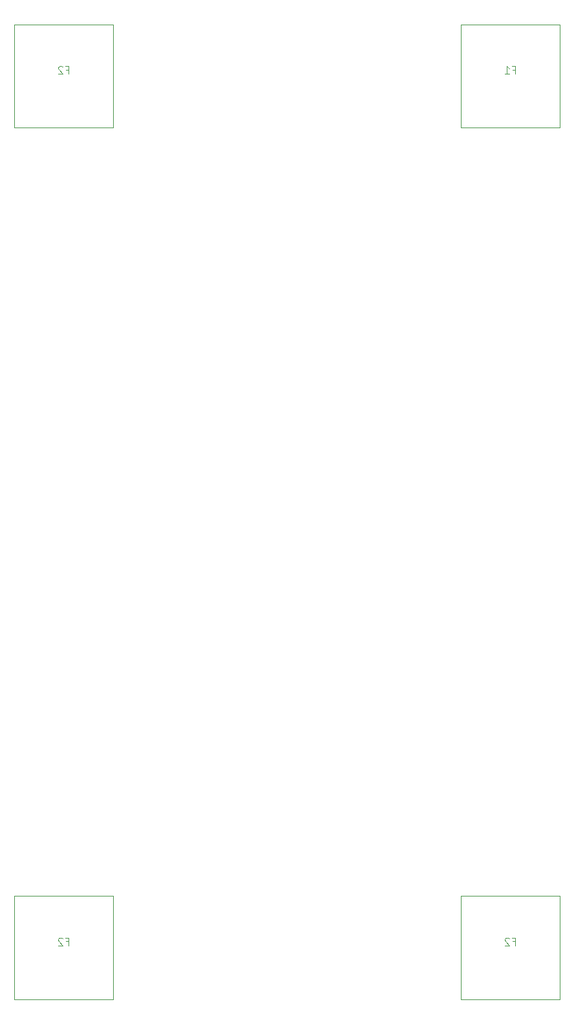
<source format=gbr>
%TF.GenerationSoftware,KiCad,Pcbnew,9.0.6*%
%TF.CreationDate,2026-01-10T01:49:01+11:00*%
%TF.ProjectId,cv-mixer,63762d6d-6978-4657-922e-6b696361645f,rev?*%
%TF.SameCoordinates,Original*%
%TF.FileFunction,Legend,Bot*%
%TF.FilePolarity,Positive*%
%FSLAX46Y46*%
G04 Gerber Fmt 4.6, Leading zero omitted, Abs format (unit mm)*
G04 Created by KiCad (PCBNEW 9.0.6) date 2026-01-10 01:49:01*
%MOMM*%
%LPD*%
G01*
G04 APERTURE LIST*
%ADD10C,0.100000*%
G04 APERTURE END LIST*
D10*
X96833333Y-28933609D02*
X97166666Y-28933609D01*
X97166666Y-29457419D02*
X97166666Y-28457419D01*
X97166666Y-28457419D02*
X96690476Y-28457419D01*
X95785714Y-29457419D02*
X96357142Y-29457419D01*
X96071428Y-29457419D02*
X96071428Y-28457419D01*
X96071428Y-28457419D02*
X96166666Y-28600276D01*
X96166666Y-28600276D02*
X96261904Y-28695514D01*
X96261904Y-28695514D02*
X96357142Y-28743133D01*
X38333333Y-142933609D02*
X38666666Y-142933609D01*
X38666666Y-143457419D02*
X38666666Y-142457419D01*
X38666666Y-142457419D02*
X38190476Y-142457419D01*
X37857142Y-142552657D02*
X37809523Y-142505038D01*
X37809523Y-142505038D02*
X37714285Y-142457419D01*
X37714285Y-142457419D02*
X37476190Y-142457419D01*
X37476190Y-142457419D02*
X37380952Y-142505038D01*
X37380952Y-142505038D02*
X37333333Y-142552657D01*
X37333333Y-142552657D02*
X37285714Y-142647895D01*
X37285714Y-142647895D02*
X37285714Y-142743133D01*
X37285714Y-142743133D02*
X37333333Y-142885990D01*
X37333333Y-142885990D02*
X37904761Y-143457419D01*
X37904761Y-143457419D02*
X37285714Y-143457419D01*
X38333333Y-28933609D02*
X38666666Y-28933609D01*
X38666666Y-29457419D02*
X38666666Y-28457419D01*
X38666666Y-28457419D02*
X38190476Y-28457419D01*
X37857142Y-28552657D02*
X37809523Y-28505038D01*
X37809523Y-28505038D02*
X37714285Y-28457419D01*
X37714285Y-28457419D02*
X37476190Y-28457419D01*
X37476190Y-28457419D02*
X37380952Y-28505038D01*
X37380952Y-28505038D02*
X37333333Y-28552657D01*
X37333333Y-28552657D02*
X37285714Y-28647895D01*
X37285714Y-28647895D02*
X37285714Y-28743133D01*
X37285714Y-28743133D02*
X37333333Y-28885990D01*
X37333333Y-28885990D02*
X37904761Y-29457419D01*
X37904761Y-29457419D02*
X37285714Y-29457419D01*
X96833333Y-142933609D02*
X97166666Y-142933609D01*
X97166666Y-143457419D02*
X97166666Y-142457419D01*
X97166666Y-142457419D02*
X96690476Y-142457419D01*
X96357142Y-142552657D02*
X96309523Y-142505038D01*
X96309523Y-142505038D02*
X96214285Y-142457419D01*
X96214285Y-142457419D02*
X95976190Y-142457419D01*
X95976190Y-142457419D02*
X95880952Y-142505038D01*
X95880952Y-142505038D02*
X95833333Y-142552657D01*
X95833333Y-142552657D02*
X95785714Y-142647895D01*
X95785714Y-142647895D02*
X95785714Y-142743133D01*
X95785714Y-142743133D02*
X95833333Y-142885990D01*
X95833333Y-142885990D02*
X96404761Y-143457419D01*
X96404761Y-143457419D02*
X95785714Y-143457419D01*
%TO.C,F1*%
X103000000Y-23000000D02*
X90000000Y-23000000D01*
X90000000Y-36500000D01*
X103000000Y-36500000D01*
X103000000Y-23000000D01*
%TO.C,F2*%
X44500000Y-137000000D02*
X31500000Y-137000000D01*
X31500000Y-150500000D01*
X44500000Y-150500000D01*
X44500000Y-137000000D01*
X44500000Y-23000000D02*
X31500000Y-23000000D01*
X31500000Y-36500000D01*
X44500000Y-36500000D01*
X44500000Y-23000000D01*
X103000000Y-137000000D02*
X90000000Y-137000000D01*
X90000000Y-150500000D01*
X103000000Y-150500000D01*
X103000000Y-137000000D01*
%TD*%
M02*

</source>
